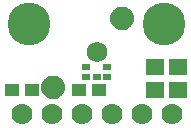
<source format=gbr>
G04 EAGLE Gerber RS-274X export*
G75*
%MOMM*%
%FSLAX34Y34*%
%LPD*%
%INSoldermask Bottom*%
%IPPOS*%
%AMOC8*
5,1,8,0,0,1.08239X$1,22.5*%
G01*
%ADD10R,1.601600X1.341600*%
%ADD11C,1.101600*%
%ADD12C,0.500000*%
%ADD13C,3.617600*%
%ADD14C,1.726600*%
%ADD15R,0.701600X0.626600*%
%ADD16C,1.778000*%
%ADD17R,1.176600X1.101600*%


D10*
X142240Y46380D03*
X142240Y65380D03*
D11*
X114300Y106680D03*
D12*
X121800Y106680D02*
X121798Y106861D01*
X121791Y107042D01*
X121780Y107223D01*
X121765Y107404D01*
X121745Y107584D01*
X121721Y107764D01*
X121693Y107943D01*
X121660Y108121D01*
X121623Y108298D01*
X121582Y108475D01*
X121537Y108650D01*
X121487Y108825D01*
X121433Y108998D01*
X121375Y109169D01*
X121313Y109340D01*
X121246Y109508D01*
X121176Y109675D01*
X121102Y109841D01*
X121023Y110004D01*
X120941Y110165D01*
X120855Y110325D01*
X120765Y110482D01*
X120671Y110637D01*
X120574Y110790D01*
X120472Y110940D01*
X120368Y111088D01*
X120259Y111234D01*
X120148Y111376D01*
X120032Y111516D01*
X119914Y111653D01*
X119792Y111788D01*
X119667Y111919D01*
X119539Y112047D01*
X119408Y112172D01*
X119273Y112294D01*
X119136Y112412D01*
X118996Y112528D01*
X118854Y112639D01*
X118708Y112748D01*
X118560Y112852D01*
X118410Y112954D01*
X118257Y113051D01*
X118102Y113145D01*
X117945Y113235D01*
X117785Y113321D01*
X117624Y113403D01*
X117461Y113482D01*
X117295Y113556D01*
X117128Y113626D01*
X116960Y113693D01*
X116789Y113755D01*
X116618Y113813D01*
X116445Y113867D01*
X116270Y113917D01*
X116095Y113962D01*
X115918Y114003D01*
X115741Y114040D01*
X115563Y114073D01*
X115384Y114101D01*
X115204Y114125D01*
X115024Y114145D01*
X114843Y114160D01*
X114662Y114171D01*
X114481Y114178D01*
X114300Y114180D01*
X114119Y114178D01*
X113938Y114171D01*
X113757Y114160D01*
X113576Y114145D01*
X113396Y114125D01*
X113216Y114101D01*
X113037Y114073D01*
X112859Y114040D01*
X112682Y114003D01*
X112505Y113962D01*
X112330Y113917D01*
X112155Y113867D01*
X111982Y113813D01*
X111811Y113755D01*
X111640Y113693D01*
X111472Y113626D01*
X111305Y113556D01*
X111139Y113482D01*
X110976Y113403D01*
X110815Y113321D01*
X110655Y113235D01*
X110498Y113145D01*
X110343Y113051D01*
X110190Y112954D01*
X110040Y112852D01*
X109892Y112748D01*
X109746Y112639D01*
X109604Y112528D01*
X109464Y112412D01*
X109327Y112294D01*
X109192Y112172D01*
X109061Y112047D01*
X108933Y111919D01*
X108808Y111788D01*
X108686Y111653D01*
X108568Y111516D01*
X108452Y111376D01*
X108341Y111234D01*
X108232Y111088D01*
X108128Y110940D01*
X108026Y110790D01*
X107929Y110637D01*
X107835Y110482D01*
X107745Y110325D01*
X107659Y110165D01*
X107577Y110004D01*
X107498Y109841D01*
X107424Y109675D01*
X107354Y109508D01*
X107287Y109340D01*
X107225Y109169D01*
X107167Y108998D01*
X107113Y108825D01*
X107063Y108650D01*
X107018Y108475D01*
X106977Y108298D01*
X106940Y108121D01*
X106907Y107943D01*
X106879Y107764D01*
X106855Y107584D01*
X106835Y107404D01*
X106820Y107223D01*
X106809Y107042D01*
X106802Y106861D01*
X106800Y106680D01*
X106802Y106499D01*
X106809Y106318D01*
X106820Y106137D01*
X106835Y105956D01*
X106855Y105776D01*
X106879Y105596D01*
X106907Y105417D01*
X106940Y105239D01*
X106977Y105062D01*
X107018Y104885D01*
X107063Y104710D01*
X107113Y104535D01*
X107167Y104362D01*
X107225Y104191D01*
X107287Y104020D01*
X107354Y103852D01*
X107424Y103685D01*
X107498Y103519D01*
X107577Y103356D01*
X107659Y103195D01*
X107745Y103035D01*
X107835Y102878D01*
X107929Y102723D01*
X108026Y102570D01*
X108128Y102420D01*
X108232Y102272D01*
X108341Y102126D01*
X108452Y101984D01*
X108568Y101844D01*
X108686Y101707D01*
X108808Y101572D01*
X108933Y101441D01*
X109061Y101313D01*
X109192Y101188D01*
X109327Y101066D01*
X109464Y100948D01*
X109604Y100832D01*
X109746Y100721D01*
X109892Y100612D01*
X110040Y100508D01*
X110190Y100406D01*
X110343Y100309D01*
X110498Y100215D01*
X110655Y100125D01*
X110815Y100039D01*
X110976Y99957D01*
X111139Y99878D01*
X111305Y99804D01*
X111472Y99734D01*
X111640Y99667D01*
X111811Y99605D01*
X111982Y99547D01*
X112155Y99493D01*
X112330Y99443D01*
X112505Y99398D01*
X112682Y99357D01*
X112859Y99320D01*
X113037Y99287D01*
X113216Y99259D01*
X113396Y99235D01*
X113576Y99215D01*
X113757Y99200D01*
X113938Y99189D01*
X114119Y99182D01*
X114300Y99180D01*
X114481Y99182D01*
X114662Y99189D01*
X114843Y99200D01*
X115024Y99215D01*
X115204Y99235D01*
X115384Y99259D01*
X115563Y99287D01*
X115741Y99320D01*
X115918Y99357D01*
X116095Y99398D01*
X116270Y99443D01*
X116445Y99493D01*
X116618Y99547D01*
X116789Y99605D01*
X116960Y99667D01*
X117128Y99734D01*
X117295Y99804D01*
X117461Y99878D01*
X117624Y99957D01*
X117785Y100039D01*
X117945Y100125D01*
X118102Y100215D01*
X118257Y100309D01*
X118410Y100406D01*
X118560Y100508D01*
X118708Y100612D01*
X118854Y100721D01*
X118996Y100832D01*
X119136Y100948D01*
X119273Y101066D01*
X119408Y101188D01*
X119539Y101313D01*
X119667Y101441D01*
X119792Y101572D01*
X119914Y101707D01*
X120032Y101844D01*
X120148Y101984D01*
X120259Y102126D01*
X120368Y102272D01*
X120472Y102420D01*
X120574Y102570D01*
X120671Y102723D01*
X120765Y102878D01*
X120855Y103035D01*
X120941Y103195D01*
X121023Y103356D01*
X121102Y103519D01*
X121176Y103685D01*
X121246Y103852D01*
X121313Y104020D01*
X121375Y104191D01*
X121433Y104362D01*
X121487Y104535D01*
X121537Y104710D01*
X121582Y104885D01*
X121623Y105062D01*
X121660Y105239D01*
X121693Y105417D01*
X121721Y105596D01*
X121745Y105776D01*
X121765Y105956D01*
X121780Y106137D01*
X121791Y106318D01*
X121798Y106499D01*
X121800Y106680D01*
D11*
X55880Y48260D03*
D12*
X63380Y48260D02*
X63378Y48441D01*
X63371Y48622D01*
X63360Y48803D01*
X63345Y48984D01*
X63325Y49164D01*
X63301Y49344D01*
X63273Y49523D01*
X63240Y49701D01*
X63203Y49878D01*
X63162Y50055D01*
X63117Y50230D01*
X63067Y50405D01*
X63013Y50578D01*
X62955Y50749D01*
X62893Y50920D01*
X62826Y51088D01*
X62756Y51255D01*
X62682Y51421D01*
X62603Y51584D01*
X62521Y51745D01*
X62435Y51905D01*
X62345Y52062D01*
X62251Y52217D01*
X62154Y52370D01*
X62052Y52520D01*
X61948Y52668D01*
X61839Y52814D01*
X61728Y52956D01*
X61612Y53096D01*
X61494Y53233D01*
X61372Y53368D01*
X61247Y53499D01*
X61119Y53627D01*
X60988Y53752D01*
X60853Y53874D01*
X60716Y53992D01*
X60576Y54108D01*
X60434Y54219D01*
X60288Y54328D01*
X60140Y54432D01*
X59990Y54534D01*
X59837Y54631D01*
X59682Y54725D01*
X59525Y54815D01*
X59365Y54901D01*
X59204Y54983D01*
X59041Y55062D01*
X58875Y55136D01*
X58708Y55206D01*
X58540Y55273D01*
X58369Y55335D01*
X58198Y55393D01*
X58025Y55447D01*
X57850Y55497D01*
X57675Y55542D01*
X57498Y55583D01*
X57321Y55620D01*
X57143Y55653D01*
X56964Y55681D01*
X56784Y55705D01*
X56604Y55725D01*
X56423Y55740D01*
X56242Y55751D01*
X56061Y55758D01*
X55880Y55760D01*
X55699Y55758D01*
X55518Y55751D01*
X55337Y55740D01*
X55156Y55725D01*
X54976Y55705D01*
X54796Y55681D01*
X54617Y55653D01*
X54439Y55620D01*
X54262Y55583D01*
X54085Y55542D01*
X53910Y55497D01*
X53735Y55447D01*
X53562Y55393D01*
X53391Y55335D01*
X53220Y55273D01*
X53052Y55206D01*
X52885Y55136D01*
X52719Y55062D01*
X52556Y54983D01*
X52395Y54901D01*
X52235Y54815D01*
X52078Y54725D01*
X51923Y54631D01*
X51770Y54534D01*
X51620Y54432D01*
X51472Y54328D01*
X51326Y54219D01*
X51184Y54108D01*
X51044Y53992D01*
X50907Y53874D01*
X50772Y53752D01*
X50641Y53627D01*
X50513Y53499D01*
X50388Y53368D01*
X50266Y53233D01*
X50148Y53096D01*
X50032Y52956D01*
X49921Y52814D01*
X49812Y52668D01*
X49708Y52520D01*
X49606Y52370D01*
X49509Y52217D01*
X49415Y52062D01*
X49325Y51905D01*
X49239Y51745D01*
X49157Y51584D01*
X49078Y51421D01*
X49004Y51255D01*
X48934Y51088D01*
X48867Y50920D01*
X48805Y50749D01*
X48747Y50578D01*
X48693Y50405D01*
X48643Y50230D01*
X48598Y50055D01*
X48557Y49878D01*
X48520Y49701D01*
X48487Y49523D01*
X48459Y49344D01*
X48435Y49164D01*
X48415Y48984D01*
X48400Y48803D01*
X48389Y48622D01*
X48382Y48441D01*
X48380Y48260D01*
X48382Y48079D01*
X48389Y47898D01*
X48400Y47717D01*
X48415Y47536D01*
X48435Y47356D01*
X48459Y47176D01*
X48487Y46997D01*
X48520Y46819D01*
X48557Y46642D01*
X48598Y46465D01*
X48643Y46290D01*
X48693Y46115D01*
X48747Y45942D01*
X48805Y45771D01*
X48867Y45600D01*
X48934Y45432D01*
X49004Y45265D01*
X49078Y45099D01*
X49157Y44936D01*
X49239Y44775D01*
X49325Y44615D01*
X49415Y44458D01*
X49509Y44303D01*
X49606Y44150D01*
X49708Y44000D01*
X49812Y43852D01*
X49921Y43706D01*
X50032Y43564D01*
X50148Y43424D01*
X50266Y43287D01*
X50388Y43152D01*
X50513Y43021D01*
X50641Y42893D01*
X50772Y42768D01*
X50907Y42646D01*
X51044Y42528D01*
X51184Y42412D01*
X51326Y42301D01*
X51472Y42192D01*
X51620Y42088D01*
X51770Y41986D01*
X51923Y41889D01*
X52078Y41795D01*
X52235Y41705D01*
X52395Y41619D01*
X52556Y41537D01*
X52719Y41458D01*
X52885Y41384D01*
X53052Y41314D01*
X53220Y41247D01*
X53391Y41185D01*
X53562Y41127D01*
X53735Y41073D01*
X53910Y41023D01*
X54085Y40978D01*
X54262Y40937D01*
X54439Y40900D01*
X54617Y40867D01*
X54796Y40839D01*
X54976Y40815D01*
X55156Y40795D01*
X55337Y40780D01*
X55518Y40769D01*
X55699Y40762D01*
X55880Y40760D01*
X56061Y40762D01*
X56242Y40769D01*
X56423Y40780D01*
X56604Y40795D01*
X56784Y40815D01*
X56964Y40839D01*
X57143Y40867D01*
X57321Y40900D01*
X57498Y40937D01*
X57675Y40978D01*
X57850Y41023D01*
X58025Y41073D01*
X58198Y41127D01*
X58369Y41185D01*
X58540Y41247D01*
X58708Y41314D01*
X58875Y41384D01*
X59041Y41458D01*
X59204Y41537D01*
X59365Y41619D01*
X59525Y41705D01*
X59682Y41795D01*
X59837Y41889D01*
X59990Y41986D01*
X60140Y42088D01*
X60288Y42192D01*
X60434Y42301D01*
X60576Y42412D01*
X60716Y42528D01*
X60853Y42646D01*
X60988Y42768D01*
X61119Y42893D01*
X61247Y43021D01*
X61372Y43152D01*
X61494Y43287D01*
X61612Y43424D01*
X61728Y43564D01*
X61839Y43706D01*
X61948Y43852D01*
X62052Y44000D01*
X62154Y44150D01*
X62251Y44303D01*
X62345Y44458D01*
X62435Y44615D01*
X62521Y44775D01*
X62603Y44936D01*
X62682Y45099D01*
X62756Y45265D01*
X62826Y45432D01*
X62893Y45600D01*
X62955Y45771D01*
X63013Y45942D01*
X63067Y46115D01*
X63117Y46290D01*
X63162Y46465D01*
X63203Y46642D01*
X63240Y46819D01*
X63273Y46997D01*
X63301Y47176D01*
X63325Y47356D01*
X63345Y47536D01*
X63360Y47717D01*
X63371Y47898D01*
X63378Y48079D01*
X63380Y48260D01*
D10*
X161290Y46380D03*
X161290Y65380D03*
D13*
X149860Y101600D03*
D14*
X92710Y78220D03*
D15*
X83710Y57120D03*
X92710Y57120D03*
X101710Y57120D03*
X101710Y65620D03*
X83710Y65620D03*
D16*
X156210Y25400D03*
X130810Y25400D03*
X105410Y25400D03*
X80010Y25400D03*
X54610Y25400D03*
X29210Y25400D03*
D13*
X35560Y101600D03*
D17*
X94860Y45720D03*
X77860Y45720D03*
X20710Y45720D03*
X37710Y45720D03*
M02*

</source>
